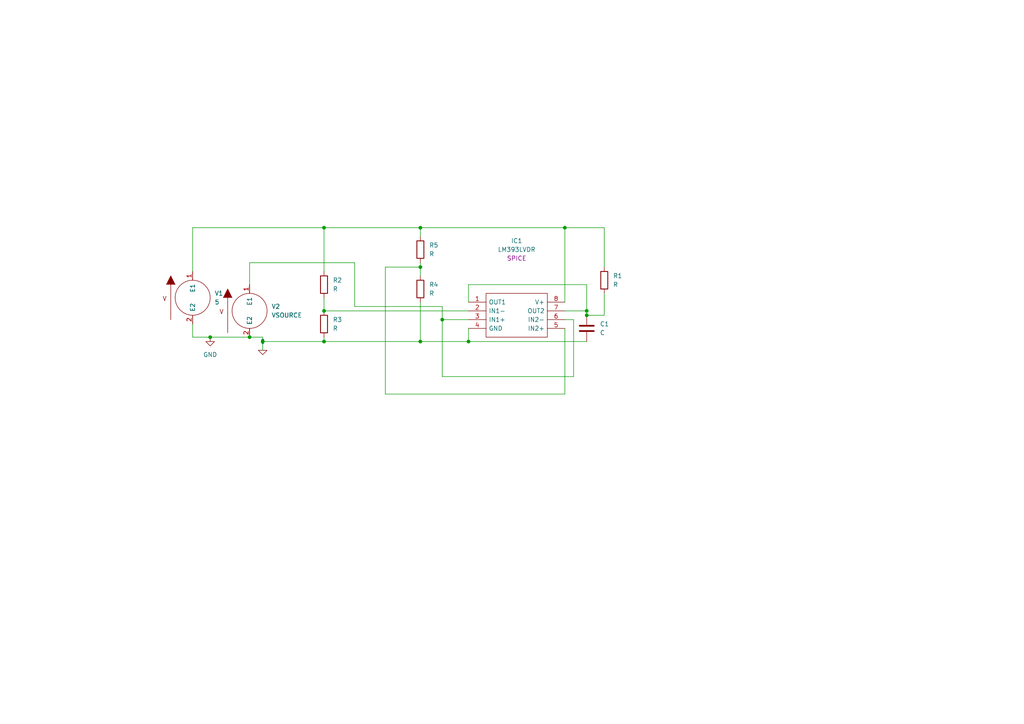
<source format=kicad_sch>
(kicad_sch (version 20211123) (generator eeschema)
  (paper "A4")
  (lib_symbols
    (symbol "Device:C" (pin_numbers hide) (pin_names (offset 0.254))
      (property "Reference" "C" (at 0.635 2.54 0))
      (property "Value" "C" (at 0.635 -2.54 0))
      (symbol "C_0_1"
        (polyline (pts (xy -2.032 -0.762) (xy 2.032 -0.762)) (stroke (width 0.508)))
        (polyline (pts (xy -2.032 0.762) (xy 2.032 0.762)) (stroke (width 0.508)))
      )
      (symbol "C_1_1"
        (pin passive line (at 0 3.81 270) (length 2.794) (name "~") (number "1"))
        (pin passive line (at 0 -3.81 90) (length 2.794) (name "~") (number "2"))
      )
    )
    (symbol "Device:R" (pin_numbers hide) (pin_names (offset 0))
      (property "Reference" "R" (at 2.032 0 90))
      (property "Value" "R" (at 0 0 90))
      (symbol "R_0_1"
        (rectangle (start -1.016 -2.54) (end 1.016 2.54) (stroke (width 0.254)))
      )
      (symbol "R_1_1"
        (pin passive line (at 0 3.81 270) (length 1.27) (name "~") (number "1"))
        (pin passive line (at 0 -3.81 90) (length 1.27) (name "~") (number "2"))
      )
    )
    (symbol "EPSA_Lib:LM393LVDR" (pin_names (offset 0.762))
      (property "Reference" "IC" (at 38.1 7.62 0))
      (property "Value" "LM393LVDR" (at 35.56 5.08 0))
      (property "Spice_Primitive" "X" (at 36.83 7.62 0))
      (property "Spice_Model" "LM2903B_Dual" (at 35.56 12.7 0))
      (property "Spice_Netlist_Enabled" "Y" (at 35.56 7.62 0))
      (property "Spice_Lib_File" "C:\\AA_ECL\\EPSA\\Saison 2023\\Git Cloning\\epsa-saison-2023-dir-pro\\Conception\\Composant electronique\\spice model\\Comparateur Double LM393LVDR 1.2\\1er essai\\lm393.lib" (at 35.56 10.16 0))
      (symbol "LM393LVDR_0_0"
        (pin passive line (at 0 0 0) (length 5.08) (name "OUT1") (number "1"))
        (pin passive line (at 0 -2.54 0) (length 5.08) (name "IN1-") (number "2"))
        (pin passive line (at 0 -5.08 0) (length 5.08) (name "IN1+") (number "3"))
        (pin passive line (at 0 -7.62 0) (length 5.08) (name "GND") (number "4"))
        (pin passive line (at 27.94 -7.62 180) (length 5.08) (name "IN2+") (number "5"))
        (pin passive line (at 27.94 -5.08 180) (length 5.08) (name "IN2-") (number "6"))
        (pin passive line (at 27.94 -2.54 180) (length 5.08) (name "OUT2") (number "7"))
        (pin passive line (at 27.94 0 180) (length 5.08) (name "V+") (number "8"))
      )
      (symbol "LM393LVDR_0_1"
        (polyline (pts (xy 5.08 2.54) (xy 22.86 2.54) (xy 22.86 -10.16) (xy 5.08 -10.16) (xy 5.08 2.54)) (stroke (width 0.1524)))
      )
    )
    (symbol "power:GND" (power) (pin_names (offset 0))
      (property "Value" "GND" (at 0 -3.81 0))
      (symbol "GND_0_1"
        (polyline (pts (xy 0 0) (xy 0 -1.27) (xy 1.27 -1.27) (xy 0 -2.54) (xy -1.27 -1.27) (xy 0 -1.27)))
      )
      (symbol "GND_1_1"
        (pin power_in line (at 0 0 270) (length 0) hide (name "GND") (number "1"))
      )
    )
    (symbol "pspice:0" (power) (pin_names (offset 0))
      (property "Value" "0" (at 0 -1.778 0))
      (symbol "0_0_1"
        (polyline (pts (xy -1.27 0) (xy 0 -1.27) (xy 1.27 0) (xy -1.27 0)))
      )
      (symbol "0_1_1"
        (pin power_in line (at 0 0 0) (length 0) hide (name "0") (number "1"))
      )
    )
    (symbol "pspice:VSOURCE" (pin_names (offset 1.016))
      (property "Reference" "V" (at -6.35 7.62 0))
      (property "Value" "VSOURCE" (at 0 0 0))
      (symbol "VSOURCE_0_1"
        (polyline (pts (xy -6.35 -6.35) (xy -6.35 3.81)) (fill (type outline)))
        (polyline (pts (xy -7.62 3.81) (xy -6.35 6.35) (xy -5.08 3.81)) (fill (type outline)))
        (circle (center 0 0) (radius 5.08))
        (text "V" (at -8.128 -0.254 0) (effects (font (size 1.27 1.27))))
      )
      (symbol "VSOURCE_1_1"
        (pin input line (at 0 7.62 270) (length 2.54) (name "E1") (number "1"))
        (pin input line (at 0 -7.62 90) (length 2.54) (name "E2") (number "2"))
      )
    )
  )
  (junction (at 121.92 99.06))
  (junction (at 72.39 97.79))
  (junction (at 76.2 99.06))
  (junction (at 163.83 66.04))
  (junction (at 93.98 90.17))
  (junction (at 121.92 66.04))
  (junction (at 170.18 91.44))
  (junction (at 121.92 77.47))
  (junction (at 128.27 92.71))
  (junction (at 93.98 99.06))
  (junction (at 93.98 66.04))
  (junction (at 60.96 97.79))
  (junction (at 135.89 99.06))
  (junction (at 170.18 90.17))
  (wire (pts (xy 55.88 93.98) (xy 55.88 97.79)))
  (wire (pts (xy 128.27 109.22) (xy 128.27 92.71)))
  (wire (pts (xy 76.2 97.79) (xy 76.2 99.06)))
  (wire (pts (xy 135.89 99.06) (xy 170.18 99.06)))
  (wire (pts (xy 60.96 97.79) (xy 72.39 97.79)))
  (wire (pts (xy 102.87 88.9) (xy 128.27 88.9)))
  (wire (pts (xy 55.88 97.79) (xy 60.96 97.79)))
  (wire (pts (xy 121.92 87.63) (xy 121.92 99.06)))
  (wire (pts (xy 163.83 66.04) (xy 175.26 66.04)))
  (wire (pts (xy 72.39 76.2) (xy 72.39 82.55)))
  (wire (pts (xy 55.88 78.74) (xy 55.88 66.04)))
  (wire (pts (xy 170.18 82.55) (xy 170.18 90.17)))
  (wire (pts (xy 93.98 97.79) (xy 93.98 99.06)))
  (wire (pts (xy 128.27 92.71) (xy 128.27 88.9)))
  (wire (pts (xy 166.37 92.71) (xy 166.37 109.22)))
  (wire (pts (xy 128.27 109.22) (xy 166.37 109.22)))
  (wire (pts (xy 76.2 99.06) (xy 76.2 101.6)))
  (wire (pts (xy 72.39 76.2) (xy 102.87 76.2)))
  (wire (pts (xy 93.98 66.04) (xy 121.92 66.04)))
  (wire (pts (xy 163.83 92.71) (xy 166.37 92.71)))
  (wire (pts (xy 135.89 87.63) (xy 135.89 82.55)))
  (wire (pts (xy 121.92 66.04) (xy 121.92 68.58)))
  (wire (pts (xy 121.92 77.47) (xy 121.92 80.01)))
  (wire (pts (xy 93.98 99.06) (xy 76.2 99.06)))
  (wire (pts (xy 163.83 66.04) (xy 163.83 87.63)))
  (wire (pts (xy 121.92 99.06) (xy 135.89 99.06)))
  (wire (pts (xy 72.39 97.79) (xy 76.2 97.79)))
  (wire (pts (xy 93.98 90.17) (xy 135.89 90.17)))
  (wire (pts (xy 121.92 66.04) (xy 163.83 66.04)))
  (wire (pts (xy 135.89 95.25) (xy 135.89 99.06)))
  (wire (pts (xy 128.27 92.71) (xy 135.89 92.71)))
  (wire (pts (xy 93.98 86.36) (xy 93.98 90.17)))
  (wire (pts (xy 163.83 90.17) (xy 170.18 90.17)))
  (wire (pts (xy 55.88 66.04) (xy 93.98 66.04)))
  (wire (pts (xy 121.92 76.2) (xy 121.92 77.47)))
  (wire (pts (xy 111.76 77.47) (xy 121.92 77.47)))
  (wire (pts (xy 111.76 114.3) (xy 111.76 77.47)))
  (wire (pts (xy 175.26 85.09) (xy 175.26 91.44)))
  (wire (pts (xy 135.89 82.55) (xy 170.18 82.55)))
  (wire (pts (xy 93.98 66.04) (xy 93.98 78.74)))
  (wire (pts (xy 163.83 95.25) (xy 163.83 114.3)))
  (wire (pts (xy 102.87 76.2) (xy 102.87 88.9)))
  (wire (pts (xy 111.76 114.3) (xy 163.83 114.3)))
  (wire (pts (xy 170.18 91.44) (xy 175.26 91.44)))
  (wire (pts (xy 170.18 90.17) (xy 170.18 91.44)))
  (wire (pts (xy 175.26 66.04) (xy 175.26 77.47)))
  (wire (pts (xy 93.98 99.06) (xy 121.92 99.06)))
  (symbol (lib_id "Device:R") (at 121.92 83.82 0) (unit 1)
    (property "Reference" "R4" (at 124.46 82.5499 0) (effects (justify left)))
    (property "Value" "R" (at 124.46 85.0899 0) (effects (justify left)))
    (property "Spice_Primitive" "R" (effects hide))
    (property "Spice_Model" "10k" (effects hide))
    (property "Spice_Netlist_Enabled" "Y" (effects hide))
  )
  (symbol (lib_id "Device:R") (at 175.26 81.28 0) (unit 1)
    (property "Reference" "R1" (at 177.8 80.0099 0) (effects (justify left)))
    (property "Value" "R" (at 177.8 82.5499 0) (effects (justify left)))
    (property "Spice_Primitive" "R" (effects hide))
    (property "Spice_Model" "5k" (effects hide))
    (property "Spice_Netlist_Enabled" "Y" (effects hide))
  )
  (symbol (lib_id "EPSA_Lib:LM393LVDR") (at 135.89 87.63 0) (unit 1)
    (property "Reference" "IC1" (at 149.86 69.85 0))
    (property "Value" "LM393LVDR" (at 149.86 72.39 0))
    (property "Footprint" "SOIC127P600X175-8N" (effects hide))
    (property "Datasheet" "https://www.ti.com/lit/ds/symlink/lm393lv.pdf?ts=1609509320428&ref_url=https%253A%252F%252Feu.mouser.com%252F" (effects hide))
    (property "Description" "Analog Comparators 1.65-V to 5.5-V, low voltage dual commodity comparator" (effects hide))
    (property "Height" "1.75" (effects hide))
    (property "Manufacturer_Name" "Texas Instruments" (effects hide))
    (property "Manufacturer_Part_Number" "LM393LVDR" (effects hide))
    (property "Mouser Part Number" "595-LM393LVDR" (effects hide))
    (property "Mouser Price/Stock" "https://www.mouser.co.uk/ProductDetail/Texas-Instruments/LM393LVDR?qs=zW32dvEIR3vk5%2FzEI25KTQ%3D%3D" (effects hide))
    (property "Arrow Part Number" "LM393LVDR" (effects hide))
    (property "Arrow Price/Stock" "https://www.arrow.com/en/products/lm393lvdr/texas-instruments" (effects hide))
    (property "Spice_Primitive" "X" (at 149.86 74.93 0))
    (property "Spice_Model" "LM2903B_Dual" (at 149.86 77.47 0))
    (property "Spice_Netlist_Enabled" "Y" (at 149.86 80.01 0))
    (property "Spice_Lib_File" "C:\\AA_ECL\\EPSA\\Saison 2023\\Git Cloning\\epsa-saison-2023-dir-pro\\Conception\\Composant electronique\\spice model\\Comparateur Double LM393LVDR 1.2\\1er essai\\lm393.lib" (at 134.62 118.11 0))
  )
  (symbol (lib_id "Device:R") (at 121.92 72.39 0) (unit 1)
    (property "Reference" "R5" (at 124.46 71.1199 0) (effects (justify left)))
    (property "Value" "R" (at 124.46 73.6599 0) (effects (justify left)))
    (property "Spice_Primitive" "R" (effects hide))
    (property "Spice_Model" "13k" (effects hide))
    (property "Spice_Netlist_Enabled" "Y" (effects hide))
  )
  (symbol (lib_id "pspice:0") (at 76.2 101.6 0) (unit 1)
    (property "Reference" "#GND01" (effects hide))
    (property "Value" "0" (at 76.2 99.06 0))
  )
  (symbol (lib_id "pspice:VSOURCE") (at 55.88 86.36 0) (unit 1)
    (property "Reference" "V1" (at 62.23 85.0899 0) (effects (justify left)))
    (property "Value" "VSOURCE" (at 62.23 87.6299 0) (effects (justify left)))
    (property "Spice_Primitive" "V" (effects hide))
    (property "Spice_Model" "dc 5" (effects hide))
    (property "Spice_Netlist_Enabled" "Y" (effects hide))
  )
  (symbol (lib_id "pspice:VSOURCE") (at 72.39 90.17 0) (unit 1)
    (property "Reference" "V2" (at 78.74 88.8999 0) (effects (justify left)))
    (property "Value" "VSOURCE" (at 78.74 91.4399 0) (effects (justify left)))
    (property "Spice_Primitive" "V" (effects hide))
    (property "Spice_Model" "pulse(0 3 1 500m 500m 1 3)" (effects hide))
    (property "Spice_Netlist_Enabled" "Y" (effects hide))
  )
  (symbol (lib_id "Device:C") (at 170.18 95.25 0) (unit 1)
    (property "Reference" "C1" (at 173.99 93.9799 0) (effects (justify left)))
    (property "Value" "C" (at 173.99 96.5199 0) (effects (justify left)))
    (property "Spice_Primitive" "C" (effects hide))
    (property "Spice_Model" "15p" (effects hide))
    (property "Spice_Netlist_Enabled" "Y" (effects hide))
  )
  (symbol (lib_id "Device:R") (at 93.98 93.98 0) (unit 1)
    (property "Reference" "R3" (at 96.52 92.7099 0) (effects (justify left)))
    (property "Value" "R" (at 96.52 95.2499 0) (effects (justify left)))
    (property "Spice_Primitive" "R" (effects hide))
    (property "Spice_Model" "2k" (effects hide))
    (property "Spice_Netlist_Enabled" "Y" (effects hide))
  )
  (symbol (lib_id "Device:R") (at 93.98 82.55 0) (unit 1)
    (property "Reference" "R2" (at 96.52 81.2799 0) (effects (justify left)))
    (property "Value" "R" (at 96.52 83.8199 0) (effects (justify left)))
    (property "Spice_Primitive" "R" (effects hide))
    (property "Spice_Model" "10k" (effects hide))
    (property "Spice_Netlist_Enabled" "Y" (effects hide))
  )
  (symbol (lib_id "power:GND") (at 60.96 97.79 0) (unit 1)
    (property "Reference" "#PWR01" (effects hide))
    (property "Value" "GND" (at 60.96 102.87 0))
  )
)
</source>
